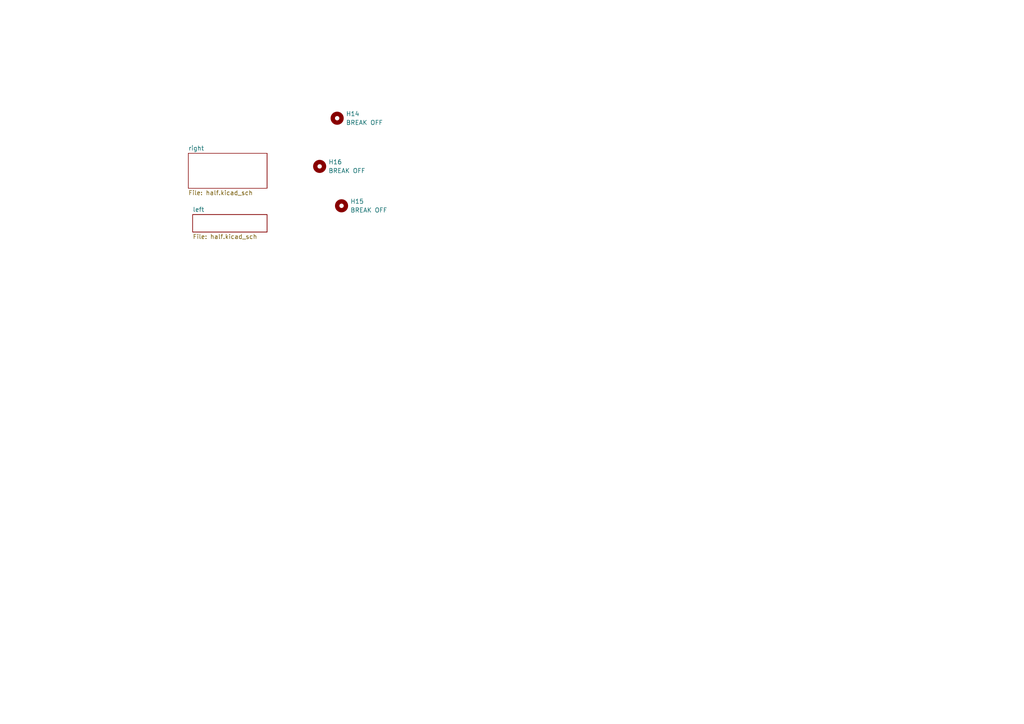
<source format=kicad_sch>
(kicad_sch
	(version 20250114)
	(generator "eeschema")
	(generator_version "9.0")
	(uuid "1256f783-1cd8-492e-b4d5-470829438c89")
	(paper "A4")
	(lib_symbols
		(symbol "Mechanical:MountingHole"
			(pin_names
				(offset 1.016)
			)
			(exclude_from_sim no)
			(in_bom no)
			(on_board yes)
			(property "Reference" "H"
				(at 0 5.08 0)
				(effects
					(font
						(size 1.27 1.27)
					)
				)
			)
			(property "Value" "MountingHole"
				(at 0 3.175 0)
				(effects
					(font
						(size 1.27 1.27)
					)
				)
			)
			(property "Footprint" ""
				(at 0 0 0)
				(effects
					(font
						(size 1.27 1.27)
					)
					(hide yes)
				)
			)
			(property "Datasheet" "~"
				(at 0 0 0)
				(effects
					(font
						(size 1.27 1.27)
					)
					(hide yes)
				)
			)
			(property "Description" "Mounting Hole without connection"
				(at 0 0 0)
				(effects
					(font
						(size 1.27 1.27)
					)
					(hide yes)
				)
			)
			(property "ki_keywords" "mounting hole"
				(at 0 0 0)
				(effects
					(font
						(size 1.27 1.27)
					)
					(hide yes)
				)
			)
			(property "ki_fp_filters" "MountingHole*"
				(at 0 0 0)
				(effects
					(font
						(size 1.27 1.27)
					)
					(hide yes)
				)
			)
			(symbol "MountingHole_0_1"
				(circle
					(center 0 0)
					(radius 1.27)
					(stroke
						(width 1.27)
						(type default)
					)
					(fill
						(type none)
					)
				)
			)
			(embedded_fonts no)
		)
	)
	(symbol
		(lib_id "Mechanical:MountingHole")
		(at 99.06 59.69 0)
		(unit 1)
		(exclude_from_sim no)
		(in_bom no)
		(on_board yes)
		(dnp no)
		(fields_autoplaced yes)
		(uuid "2c282283-f122-4c1a-8867-77a55d50c81e")
		(property "Reference" "H15"
			(at 101.6 58.4199 0)
			(effects
				(font
					(size 1.27 1.27)
				)
				(justify left)
			)
		)
		(property "Value" "BREAK OFF"
			(at 101.6 60.9599 0)
			(effects
				(font
					(size 1.27 1.27)
				)
				(justify left)
			)
		)
		(property "Footprint" "Pannelization 2:mouse-bite-5mm-slot"
			(at 99.06 59.69 0)
			(effects
				(font
					(size 1.27 1.27)
				)
				(hide yes)
			)
		)
		(property "Datasheet" "~"
			(at 99.06 59.69 0)
			(effects
				(font
					(size 1.27 1.27)
				)
				(hide yes)
			)
		)
		(property "Description" "Mounting Hole without connection"
			(at 99.06 59.69 0)
			(effects
				(font
					(size 1.27 1.27)
				)
				(hide yes)
			)
		)
		(instances
			(project ""
				(path "/1256f783-1cd8-492e-b4d5-470829438c89"
					(reference "H15")
					(unit 1)
				)
			)
		)
	)
	(symbol
		(lib_id "Mechanical:MountingHole")
		(at 97.79 34.29 0)
		(unit 1)
		(exclude_from_sim no)
		(in_bom no)
		(on_board yes)
		(dnp no)
		(fields_autoplaced yes)
		(uuid "a80b1b48-d489-4ad1-a427-72302cb9faac")
		(property "Reference" "H14"
			(at 100.33 33.0199 0)
			(effects
				(font
					(size 1.27 1.27)
				)
				(justify left)
			)
		)
		(property "Value" "BREAK OFF"
			(at 100.33 35.5599 0)
			(effects
				(font
					(size 1.27 1.27)
				)
				(justify left)
			)
		)
		(property "Footprint" "Pannelization 2:mouse-bite-5mm-slot"
			(at 97.79 34.29 0)
			(effects
				(font
					(size 1.27 1.27)
				)
				(hide yes)
			)
		)
		(property "Datasheet" "~"
			(at 97.79 34.29 0)
			(effects
				(font
					(size 1.27 1.27)
				)
				(hide yes)
			)
		)
		(property "Description" "Mounting Hole without connection"
			(at 97.79 34.29 0)
			(effects
				(font
					(size 1.27 1.27)
				)
				(hide yes)
			)
		)
		(instances
			(project ""
				(path "/1256f783-1cd8-492e-b4d5-470829438c89"
					(reference "H14")
					(unit 1)
				)
			)
		)
	)
	(symbol
		(lib_id "Mechanical:MountingHole")
		(at 92.71 48.26 0)
		(unit 1)
		(exclude_from_sim no)
		(in_bom no)
		(on_board yes)
		(dnp no)
		(fields_autoplaced yes)
		(uuid "c0a1bad5-3ebe-402b-bf09-7484129a2e56")
		(property "Reference" "H16"
			(at 95.25 46.9899 0)
			(effects
				(font
					(size 1.27 1.27)
				)
				(justify left)
			)
		)
		(property "Value" "BREAK OFF"
			(at 95.25 49.5299 0)
			(effects
				(font
					(size 1.27 1.27)
				)
				(justify left)
			)
		)
		(property "Footprint" "Pannelization 2:mouse-bite-5mm-slot"
			(at 92.71 48.26 0)
			(effects
				(font
					(size 1.27 1.27)
				)
				(hide yes)
			)
		)
		(property "Datasheet" "~"
			(at 92.71 48.26 0)
			(effects
				(font
					(size 1.27 1.27)
				)
				(hide yes)
			)
		)
		(property "Description" "Mounting Hole without connection"
			(at 92.71 48.26 0)
			(effects
				(font
					(size 1.27 1.27)
				)
				(hide yes)
			)
		)
		(instances
			(project ""
				(path "/1256f783-1cd8-492e-b4d5-470829438c89"
					(reference "H16")
					(unit 1)
				)
			)
		)
	)
	(sheet
		(at 54.61 44.45)
		(size 22.86 10.16)
		(exclude_from_sim no)
		(in_bom yes)
		(on_board yes)
		(dnp no)
		(fields_autoplaced yes)
		(stroke
			(width 0.1524)
			(type solid)
		)
		(fill
			(color 0 0 0 0.0000)
		)
		(uuid "5d644357-e1af-46e5-8389-9d4f6794b6dd")
		(property "Sheetname" "right"
			(at 54.61 43.7384 0)
			(effects
				(font
					(size 1.27 1.27)
				)
				(justify left bottom)
			)
		)
		(property "Sheetfile" "half.kicad_sch"
			(at 54.61 55.1946 0)
			(effects
				(font
					(size 1.27 1.27)
				)
				(justify left top)
			)
		)
		(instances
			(project "Split Keyboard - KiCad"
				(path "/1256f783-1cd8-492e-b4d5-470829438c89"
					(page "2")
				)
			)
		)
	)
	(sheet
		(at 55.88 62.23)
		(size 21.59 5.08)
		(exclude_from_sim no)
		(in_bom yes)
		(on_board yes)
		(dnp no)
		(fields_autoplaced yes)
		(stroke
			(width 0.1524)
			(type solid)
		)
		(fill
			(color 0 0 0 0.0000)
		)
		(uuid "87488f57-2288-4e4d-8e2d-516246817616")
		(property "Sheetname" "left"
			(at 55.88 61.5184 0)
			(effects
				(font
					(size 1.27 1.27)
				)
				(justify left bottom)
			)
		)
		(property "Sheetfile" "half.kicad_sch"
			(at 55.88 67.8946 0)
			(effects
				(font
					(size 1.27 1.27)
				)
				(justify left top)
			)
		)
		(instances
			(project "Split Keyboard - KiCad"
				(path "/1256f783-1cd8-492e-b4d5-470829438c89"
					(page "3")
				)
			)
		)
	)
	(sheet_instances
		(path "/"
			(page "1")
		)
	)
	(embedded_fonts no)
)

</source>
